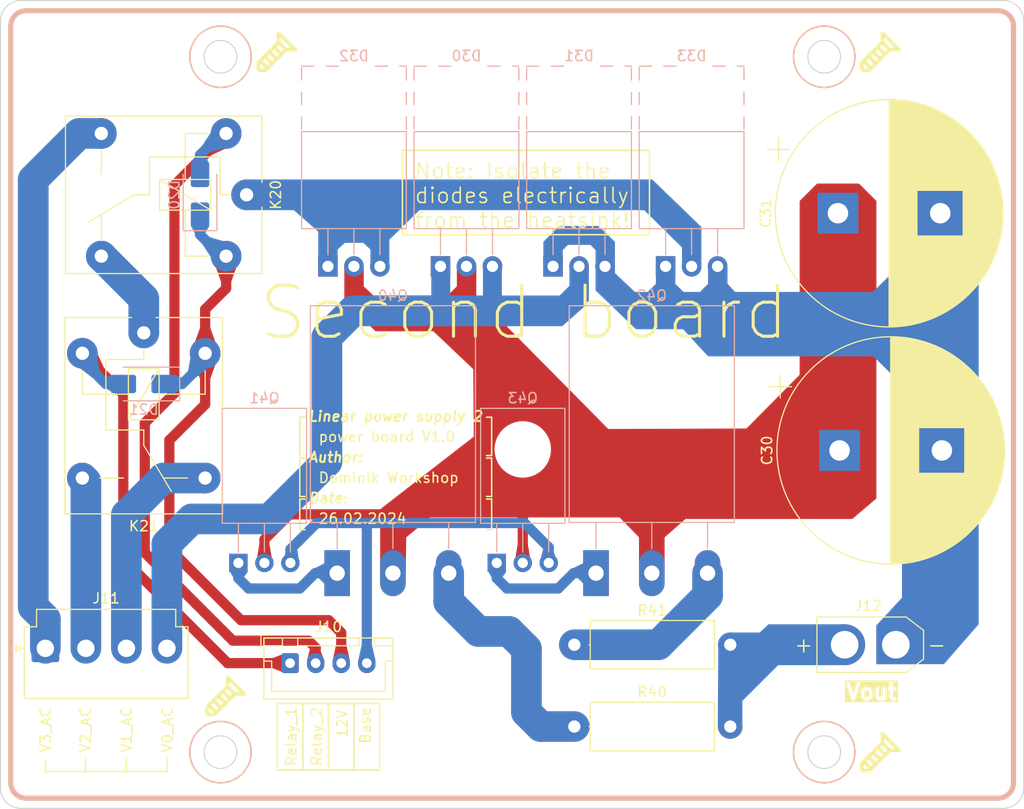
<source format=kicad_pcb>
(kicad_pcb (version 20240108) (generator "pcbnew") (generator_version "8.0")
  (title_block (title "Power board") (date "2024-02-28") (rev "1.0.0") (company "Dominik Workshop"))
  (layers (0 "F.Cu" signal) (31 "B.Cu" signal) (34 "B.Paste" user) (35 "F.Paste" user) (36 "B.SilkS" user "B.Silkscreen") (37 "F.SilkS" user "F.Silkscreen") (38 "B.Mask" user) (39 "F.Mask" user) (44 "Edge.Cuts" user))
  (net 0 "")
  (net 1 "/Rectifier/+DC")
  (net 2 "/Rectifier/-DC")
  (net 3 "/Rectifier/AC1")
  (net 4 "/Rectifier/AC2")
  (net 5 "/Tab selector/relay_VCC")
  (net 6 "/Tab selector/relay_2")
  (net 7 "/Tab selector/relay_1")
  (net 8 "/Tab selector/10V_AC")
  (net 9 "/Tab selector/20V_AC")
  (net 10 "/Tab selector/30V_AC")
  (net 11 "Net-(K20-Pad12)")
  (net 12 "/Series pass transistors/base")
  (net 13 "/Series pass transistors/emitter")
  (net 14 "/Series pass transistors/pwr_e1")
  (net 15 "/Series pass transistors/pwr_eb1")
  (net 16 "/Series pass transistors/pwr_e2")
  (net 17 "/Series pass transistors/pwr_eb2")
  (footprint "logos.preety:screw" (layer "F.Cu") (at 78 87.5)
    (property "Reference" "G***" (hide yes))
    (property "Value" "LOGO" (hide yes))
  )
  (footprint "Resistor_THT:R_Axial_DIN0414_L11.9mm_D4.5mm_P15.24mm_Horizontal" (layer "F.Cu") (at 112.08 90.5)
    (property "Reference" "R40" (at 7.62 -3.37 0) (layer "F.SilkS"))
    (property "Value" "0R2")
    (pad "1" thru_hole circle (at 0 0) (size 2.4 2.4) (drill 1.2) (layers "*.Cu" "*.Mask") (net 14 "/Series pass transistors/pwr_e1"))
    (pad "2" thru_hole oval (at 15.24 0) (size 2.4 2.4) (drill 1.2) (layers "*.Cu" "*.Mask") (net 13 "/Series pass transistors/emitter"))
  )
  (footprint "Capacitor_THT:CP_Radial_D22.0mm_P10.00mm_SnapIn" (layer "F.Cu") (at 137.842169 40.3)
    (property "Reference" "C31" (at -7.042169 0.000001 90) (layer "F.SilkS"))
    (property "Value" "2200u")
    (pad "1" thru_hole rect (at 0 0) (size 4 4) (drill 2) (layers "*.Cu" "*.Mask") (net 1 "/Rectifier/+DC"))
    (pad "2" thru_hole circle (at 10 0) (size 4 4) (drill 2) (layers "*.Cu" "*.Mask") (net 2 "/Rectifier/-DC"))
  )
  (footprint "logos.preety:screw" (layer "F.Cu") (at 83 24.5)
    (property "Reference" "G***" (hide yes))
    (property "Value" "LOGO" (hide yes))
  )
  (footprint "Relay_THT:Relay_SPDT_Finder_36.11" (layer "F.Cu") (at 80.05 38.5 180)
    (property "Reference" "K20" (at -2.85 0 90) (layer "F.SilkS"))
    (property "Value" "FINDER-40.41")
    (pad "11" thru_hole circle (at 0 0 180) (size 3 3) (drill 1.3) (layers "*.Cu" "*.Mask") (net 4 "/Rectifier/AC2"))
    (pad "12" thru_hole circle (at 14.2 -6 180) (size 3 3) (drill 1.3) (layers "*.Cu" "*.Mask") (net 11 "Net-(K20-Pad12)"))
    (pad "14" thru_hole circle (at 14.2 6 180) (size 3 3) (drill 1.3) (layers "*.Cu" "*.Mask") (net 10 "/Tab selector/30V_AC"))
    (pad "A1" thru_hole circle (at 2 6 180) (size 3 3) (drill 1.3) (layers "*.Cu" "*.Mask") (net 6 "/Tab selector/relay_2"))
    (pad "A2" thru_hole circle (at 2 -6 180) (size 3 3) (drill 1.3) (layers "*.Cu" "*.Mask") (net 5 "/Tab selector/relay_VCC"))
  )
  (footprint "Relay_THT:Relay_SPDT_Finder_36.11" (layer "F.Cu") (at 70 52 -90)
    (property "Reference" "K21" (at 18.9 0 180) (layer "F.SilkS"))
    (property "Value" "FINDER-40.41")
    (pad "11" thru_hole circle (at 0 0 270) (size 3 3) (drill 1.3) (layers "*.Cu" "*.Mask") (net 11 "Net-(K20-Pad12)"))
    (pad "12" thru_hole circle (at 14.2 -6 270) (size 3 3) (drill 1.3) (layers "*.Cu" "*.Mask") (net 8 "/Tab selector/10V_AC"))
    (pad "14" thru_hole circle (at 14.2 6 270) (size 3 3) (drill 1.3) (layers "*.Cu" "*.Mask") (net 9 "/Tab selector/20V_AC"))
    (pad "A1" thru_hole circle (at 2 6 270) (size 3 3) (drill 1.3) (layers "*.Cu" "*.Mask") (net 7 "/Tab selector/relay_1"))
    (pad "A2" thru_hole circle (at 2 -6 270) (size 3 3) (drill 1.3) (layers "*.Cu" "*.Mask") (net 5 "/Tab selector/relay_VCC"))
  )
  (footprint "Connector_JST:JST_XH_B4B-XH-A_1x04_P2.50mm_Vertical" (layer "F.Cu") (at 84.3 84.3)
    (property "Reference" "J10" (at 3.75 -3.55 0) (layer "F.SilkS"))
    (property "Value" "JST_B4B-XH-A")
    (pad "1" thru_hole roundrect (at 0 0) (size 1.7 1.95) (drill 0.95) (layers "*.Cu" "*.Mask") (roundrect_rratio 0.1470588235) (net 7 "/Tab selector/relay_1"))
    (pad "2" thru_hole oval (at 2.5 0) (size 1.7 1.95) (drill 0.95) (layers "*.Cu" "*.Mask") (net 6 "/Tab selector/relay_2"))
    (pad "3" thru_hole oval (at 5 0) (size 1.7 1.95) (drill 0.95) (layers "*.Cu" "*.Mask") (net 5 "/Tab selector/relay_VCC"))
    (pad "4" thru_hole oval (at 7.5 0) (size 1.7 1.95) (drill 0.95) (layers "*.Cu" "*.Mask") (net 12 "/Series pass transistors/base"))
  )
  (footprint "Connector_AMASS:AMASS_XT30U-F_1x02_P5.0mm_Vertical" (layer "F.Cu") (at 143.5 82.5 180)
    (property "Reference" "J12" (at 2.7 3.8 180) (layer "F.SilkS"))
    (property "Value" "XT30")
    (fp_text user "+" (at 9 0 180) (layer "F.SilkS") (effects (font (size 1.5 1.5))))
    (fp_text user "-" (at -4 0 180) (layer "F.SilkS") (effects (font (size 1.5 1.5))))
    (pad "1" thru_hole rect (at 0 0 180) (size 3.8 3.8) (drill 2.7) (layers "*.Cu" "*.Mask") (net 2 "/Rectifier/-DC"))
    (pad "2" thru_hole circle (at 5 0 180) (size 4 4) (drill 2.7) (layers "*.Cu" "*.Mask") (net 13 "/Series pass transistors/emitter"))
  )
  (footprint "logos.preety:screw" (layer "F.Cu") (at 142 24.5)
    (property "Reference" "G***" (hide yes))
    (property "Value" "LOGO" (hide yes))
  )
  (footprint "Capacitor_THT:CP_Radial_D22.0mm_P10.00mm_SnapIn" (layer "F.Cu") (at 138 63.5)
    (property "Reference" "C30" (at -7.084337 0.000001 90) (layer "F.SilkS"))
    (property "Value" "2200u")
    (pad "1" thru_hole rect (at 0 0) (size 4 4) (drill 2) (layers "*.Cu" "*.Mask") (net 1 "/Rectifier/+DC"))
    (pad "2" thru_hole circle (at 10 0) (size 4 4) (drill 2) (layers "*.Cu" "*.Mask") (net 2 "/Rectifier/-DC"))
  )
  (footprint "logos.preety:screw" (layer "F.Cu") (at 142 93)
    (property "Reference" "G***" (hide yes))
    (property "Value" "LOGO" (hide yes))
  )
  (footprint "Resistor_THT:R_Axial_DIN0414_L11.9mm_D4.5mm_P15.24mm_Horizontal" (layer "F.Cu") (at 112.08 82.5)
    (property "Reference" "R41" (at 7.62 -3.37 0) (layer "F.SilkS"))
    (property "Value" "0R2")
    (pad "1" thru_hole circle (at 0 0) (size 2.4 2.4) (drill 1.2) (layers "*.Cu" "*.Mask") (net 16 "/Series pass transistors/pwr_e2"))
    (pad "2" thru_hole oval (at 15.24 0) (size 2.4 2.4) (drill 1.2) (layers "*.Cu" "*.Mask") (net 13 "/Series pass transistors/emitter"))
  )
  (footprint "Connector_JST:JST_VH_B4P-VH_1x04_P3.96mm_Vertical" (layer "F.Cu") (at 60.3825 82.85)
    (property "Reference" "J11" (at 5.94 -4.9 0) (layer "F.SilkS"))
    (property "Value" "JST_B4P-VH ")
    (pad "1" thru_hole roundrect (at 0 0) (size 2.7 2.7) (drill 1.7) (layers "*.Cu" "*.Mask") (roundrect_rratio 0.09259296296) (net 10 "/Tab selector/30V_AC"))
    (pad "2" thru_hole circle (at 3.96 0) (size 2.7 2.7) (drill 1.7) (layers "*.Cu" "*.Mask") (net 9 "/Tab selector/20V_AC"))
    (pad "3" thru_hole circle (at 7.92 0) (size 2.7 2.7) (drill 1.7) (layers "*.Cu" "*.Mask") (net 8 "/Tab selector/10V_AC"))
    (pad "4" thru_hole circle (at 11.88 0) (size 2.7 2.7) (drill 1.7) (layers "*.Cu" "*.Mask") (net 3 "/Rectifier/AC1"))
  )
  (footprint "Diode_SMD:D_SMA" (layer "B.Cu") (at 70 57 180)
    (property "Reference" "D21" (at 0 -2.5 180) (layer "B.SilkS") (effects (justify mirror)))
    (property "Value" "BYG22B")
    (pad "1" smd roundrect (at -2 0 180) (size 2.5 1.8) (layers "B.Cu" "B.Paste" "B.Mask") (roundrect_rratio 0.1388888889) (net 5 "/Tab selector/relay_VCC"))
    (pad "2" smd roundrect (at 2 0 180) (size 2.5 1.8) (layers "B.Cu" "B.Paste" "B.Mask") (roundrect_rratio 0.1388888889) (net 7 "/Tab selector/relay_1"))
  )
  (footprint "Package_TO_SOT_THT:TO-220-3_Horizontal_TabUp" (layer "B.Cu") (at 99 45.5)
    (property "Reference" "D30" (at 2.54 -20.58 0) (layer "B.SilkS") (effects (justify mirror)))
    (property "Value" "MBR3045CT")
    (pad "" np_thru_hole circle (at 2.54 -16.66) (size 6 6) (drill 6) (layers "F&B.Cu" "*.Mask"))
    (pad "1" thru_hole rect (at 0 0) (size 1.905 2) (drill 1.1) (layers "*.Cu" "*.Mask") (net 3 "/Rectifier/AC1"))
    (pad "2" thru_hole oval (at 2.54 0) (size 1.905 2) (drill 1.1) (layers "*.Cu" "*.Mask") (net 1 "/Rectifier/+DC"))
    (pad "3" thru_hole oval (at 5.08 0) (size 1.905 2) (drill 1.1) (layers "*.Cu" "*.Mask") (net 3 "/Rectifier/AC1"))
  )
  (footprint "Package_TO_SOT_THT:TO-220-3_Horizontal_TabUp" (layer "B.Cu") (at 88 45.5)
    (property "Reference" "D32" (at 2.54 -20.58 0) (layer "B.SilkS") (effects (justify mirror)))
    (property "Value" "MBR3045CT")
    (pad "" np_thru_hole circle (at 2.54 -16.66) (size 6 6) (drill 6) (layers "F&B.Cu" "*.Mask"))
    (pad "1" thru_hole rect (at 0 0) (size 1.905 2) (drill 1.1) (layers "*.Cu" "*.Mask") (net 4 "/Rectifier/AC2"))
    (pad "2" thru_hole oval (at 2.54 0) (size 1.905 2) (drill 1.1) (layers "*.Cu" "*.Mask") (net 1 "/Rectifier/+DC"))
    (pad "3" thru_hole oval (at 5.08 0) (size 1.905 2) (drill 1.1) (layers "*.Cu" "*.Mask") (net 4 "/Rectifier/AC2"))
  )
  (footprint "Package_TO_SOT_THT:TO-126-3_Horizontal_TabUp" (layer "B.Cu") (at 104.5 74.5)
    (property "Reference" "Q43" (at 2.54 -16.12 0) (layer "B.SilkS") (effects (justify mirror)))
    (property "Value" "BD139")
    (pad "" np_thru_hole circle (at 2.54 -11.1) (size 5 5) (drill 5) (layers "F&B.Cu" "*.Mask"))
    (pad "1" thru_hole rect (at 0 0) (size 1.8 1.8) (drill 1) (layers "*.Cu" "*.Mask") (net 17 "/Series pass transistors/pwr_eb2"))
    (pad "2" thru_hole oval (at 2.54 0) (size 1.8 1.8) (drill 1) (layers "*.Cu" "*.Mask") (net 1 "/Rectifier/+DC"))
    (pad "3" thru_hole oval (at 5.08 0) (size 1.8 1.8) (drill 1) (layers "*.Cu" "*.Mask") (net 12 "/Series pass transistors/base"))
  )
  (footprint "Diode_SMD:D_SMA" (layer "B.Cu") (at 75.5 38.5 90)
    (property "Reference" "D20" (at 0 -2.5225 -90) (layer "B.SilkS") (effects (justify mirror)))
    (property "Value" "BYG22B")
    (pad "1" smd roundrect (at -2 0 90) (size 2.5 1.8) (layers "B.Cu" "B.Paste" "B.Mask") (roundrect_rratio 0.1388888889) (net 5 "/Tab selector/relay_VCC"))
    (pad "2" smd roundrect (at 2 0 90) (size 2.5 1.8) (layers "B.Cu" "B.Paste" "B.Mask") (roundrect_rratio 0.1388888889) (net 6 "/Tab selector/relay_2"))
  )
  (footprint "Package_TO_SOT_THT:TO-247-3_Horizontal_TabUp" (layer "B.Cu") (at 114.2 75.5)
    (property "Reference" "Q42" (at 5.45 -27.15 0) (layer "B.SilkS") (effects (justify mirror)))
    (property "Value" "BD249C")
    (pad "" np_thru_hole circle (at 5.45 -19.86) (size 6 6) (drill 6) (layers "F&B.Cu" "*.Mask"))
    (pad "1" thru_hole rect (at 0 0) (size 2.5 4.5) (drill 1.5) (layers "*.Cu" "*.Mask") (net 17 "/Series pass transistors/pwr_eb2"))
    (pad "2" thru_hole oval (at 5.45 0) (size 2.5 4.5) (drill 1.5) (layers "*.Cu" "*.Mask") (net 1 "/Rectifier/+DC"))
    (pad "3" thru_hole oval (at 10.9 0) (size 2.5 4.5) (drill 1.5) (layers "*.Cu" "*.Mask") (net 16 "/Series pass transistors/pwr_e2"))
  )
  (footprint "Package_TO_SOT_THT:TO-220-3_Horizontal_TabUp" (layer "B.Cu") (at 110 45.5)
    (property "Reference" "D31" (at 2.54 -20.58 0) (layer "B.SilkS") (effects (justify mirror)))
    (property "Value" "MBR3045CT")
    (pad "" np_thru_hole circle (at 2.54 -16.66) (size 6 6) (drill 6) (layers "F&B.Cu" "*.Mask"))
    (pad "1" thru_hole rect (at 0 0) (size 1.905 2) (drill 1.1) (layers "*.Cu" "*.Mask") (net 2 "/Rectifier/-DC"))
    (pad "2" thru_hole oval (at 2.54 0) (size 1.905 2) (drill 1.1) (layers "*.Cu" "*.Mask") (net 3 "/Rectifier/AC1"))
    (pad "3" thru_hole oval (at 5.08 0) (size 1.905 2) (drill 1.1) (layers "*.Cu" "*.Mask") (net 2 "/Rectifier/-DC"))
  )
  (footprint "Package_TO_SOT_THT:TO-247-3_Horizontal_TabUp" (layer "B.Cu") (at 88.9 75.5)
    (property "Reference" "Q40" (at 5.45 -27.15 0) (layer "B.SilkS") (effects (justify mirror)))
    (property "Value" "BD249C")
    (pad "" np_thru_hole circle (at 5.45 -19.86) (size 6 6) (drill 6) (layers "F&B.Cu" "*.Mask"))
    (pad "1" thru_hole rect (at 0 0) (size 2.5 4.5) (drill 1.5) (layers "*.Cu" "*.Mask") (net 15 "/Series pass transistors/pwr_eb1"))
    (pad "2" thru_hole oval (at 5.45 0) (size 2.5 4.5) (drill 1.5) (layers "*.Cu" "*.Mask") (net 1 "/Rectifier/+DC"))
    (pad "3" thru_hole oval (at 10.9 0) (size 2.5 4.5) (drill 1.5) (layers "*.Cu" "*.Mask") (net 14 "/Series pass transistors/pwr_e1"))
  )
  (footprint "Package_TO_SOT_THT:TO-220-3_Horizontal_TabUp" (layer "B.Cu") (at 121 45.5)
    (property "Reference" "D33" (at 2.54 -20.58 0) (layer "B.SilkS") (effects (justify mirror)))
    (property "Value" "MBR3045CT")
    (pad "" np_thru_hole circle (at 2.54 -16.66) (size 6 6) (drill 6) (layers "F&B.Cu" "*.Mask"))
    (pad "1" thru_hole rect (at 0 0) (size 1.905 2) (drill 1.1) (layers "*.Cu" "*.Mask") (net 2 "/Rectifier/-DC"))
    (pad "2" thru_hole oval (at 2.54 0) (size 1.905 2) (drill 1.1) (layers "*.Cu" "*.Mask") (net 4 "/Rectifier/AC2"))
    (pad "3" thru_hole oval (at 5.08 0) (size 1.905 2) (drill 1.1) (layers "*.Cu" "*.Mask") (net 2 "/Rectifier/-DC"))
  )
  (footprint "Package_TO_SOT_THT:TO-126-3_Horizontal_TabUp" (layer "B.Cu") (at 79.25 74.5)
    (property "Reference" "Q41" (at 2.54 -16.12 0) (layer "B.SilkS") (effects (justify mirror)))
    (property "Value" "BD139")
    (pad "" np_thru_hole circle (at 2.54 -11.1) (size 5 5) (drill 5) (layers "F&B.Cu" "*.Mask"))
    (pad "1" thru_hole rect (at 0 0) (size 1.8 1.8) (drill 1) (layers "*.Cu" "*.Mask") (net 15 "/Series pass transistors/pwr_eb1"))
    (pad "2" thru_hole oval (at 2.54 0) (size 1.8 1.8) (drill 1) (layers "*.Cu" "*.Mask") (net 1 "/Rectifier/+DC"))
    (pad "3" thru_hole oval (at 5.08 0) (size 1.8 1.8) (drill 1) (layers "*.Cu" "*.Mask") (net 12 "/Series pass transistors/base"))
  )
  (gr_line (start 58.5 20.5) (end 153.5 20.5) (stroke (width 0.5)) (layer "B.SilkS"))
  (gr_circle (center 77.5 25) (end 80.5 25) (stroke (width 0.15)) (fill none) (layer "B.SilkS"))
  (gr_circle (center 77.5 93) (end 80.5 93) (stroke (width 0.15)) (fill none) (layer "B.SilkS"))
  (gr_line (start 153.5 97.5) (end 58.5 97.5) (stroke (width 0.5)) (layer "B.SilkS"))
  (gr_line (start 57 96) (end 57 22) (stroke (width 0.5)) (layer "B.SilkS"))
  (gr_circle (center 136.5 93) (end 139.5 93) (stroke (width 0.15)) (fill none) (layer "B.SilkS"))
  (gr_arc (start 57 22) (mid 57.43934 20.93934) (end 58.5 20.5) (stroke (width 0.5)) (layer "B.SilkS"))
  (gr_arc (start 58.5 97.5) (mid 57.43934 97.06066) (end 57 96) (stroke (width 0.5)) (layer "B.SilkS"))
  (gr_line (start 155 22) (end 155 96) (stroke (width 0.5)) (layer "B.SilkS"))
  (gr_arc (start 153.5 20.5) (mid 154.56066 20.93934) (end 155 22) (stroke (width 0.5)) (layer "B.SilkS"))
  (gr_arc (start 155 96) (mid 154.56066 97.06066) (end 153.5 97.5) (stroke (width 0.5)) (layer "B.SilkS"))
  (gr_circle (center 136.5 25) (end 139.5 25) (stroke (width 0.15)) (fill none) (layer "B.SilkS"))
  (gr_circle (center 77.5 25) (end 80.5 25) (stroke (width 0.15)) (fill none) (layer "F.SilkS"))
  (gr_line (start 90.55 88.25) (end 90.55 94.75) (stroke (width 0.15)) (layer "F.SilkS"))
  (gr_rect (start 83.05 88.25) (end 93.05 94.75) (stroke (width 0.15)) (fill none) (layer "F.SilkS"))
  (gr_arc (start 58.5 97.5) (mid 57.43934 97.06066) (end 57 96) (stroke (width 0.5)) (layer "F.SilkS"))
  (gr_line (start 85.75 64.25) (end 85.25 64.25) (stroke (width 0.15)) (layer "F.SilkS"))
  (gr_circle (center 136.5 93) (end 139.5 93) (stroke (width 0.15)) (fill none) (layer "F.SilkS"))
  (gr_circle (center 77.5 93) (end 80.5 93) (stroke (width 0.15)) (fill none) (layer "F.SilkS"))
  (gr_line (start 88.05 88.25) (end 88.05 94.75) (stroke (width 0.15)) (layer "F.SilkS"))
  (gr_line (start 85.25 64) (end 85.75 64) (stroke (width 0.15)) (layer "F.SilkS"))
  (gr_line (start 104 68) (end 103.5 68) (stroke (width 0.15)) (layer "F.SilkS"))
  (gr_arc (start 155 96) (mid 154.56066 97.06066) (end 153.5 97.5) (stroke (width 0.5)) (layer "F.SilkS"))
  (gr_circle (center 136.5 25) (end 139.5 25) (stroke (width 0.15)) (fill none) (layer "F.SilkS"))
  (gr_line (start 103.5 64.25) (end 104 64.25) (stroke (width 0.15)) (layer "F.SilkS"))
  (gr_line (start 60.4 94.9) (end 60.4 93.8) (stroke (width 0.15)) (layer "F.SilkS"))
  (gr_line (start 85.75 60.25) (end 85.25 60.25) (stroke (width 0.15)) (layer "F.SilkS"))
  (gr_line (start 85.25 71.25) (end 85.75 71.25) (stroke (width 0.15)) (layer "F.SilkS"))
  (gr_arc (start 153.5 20.5) (mid 154.56066 20.93934) (end 155 22) (stroke (width 0.5)) (layer "F.SilkS"))
  (gr_line (start 104 60.25) (end 104 64) (stroke (width 0.15)) (layer "F.SilkS"))
  (gr_line (start 155 22) (end 155 96) (stroke (width 0.5)) (layer "F.SilkS"))
  (gr_line (start 85.75 68.25) (end 85.25 68.25) (stroke (width 0.15)) (layer "F.SilkS"))
  (gr_line (start 85.25 68.25) (end 85.25 71.25) (stroke (width 0.15)) (layer "F.SilkS"))
  (gr_arc (start 57 22) (mid 57.43934 20.93934) (end 58.5 20.5) (stroke (width 0.5)) (layer "F.SilkS"))
  (gr_line (start 104 71.25) (end 103.5 71.25) (stroke (width 0.15)) (layer "F.SilkS"))
  (gr_line (start 85.25 60.25) (end 85.25 64) (stroke (width 0.15)) (layer "F.SilkS"))
  (gr_line (start 85.25 64.25) (end 85.25 68) (stroke (width 0.15)) (layer "F.SilkS"))
  (gr_line (start 153.5 97.5) (end 58.5 97.5) (stroke (width 0.5)) (layer "F.SilkS"))
  (gr_line (start 104 64.25) (end 104 68) (stroke (width 0.15)) (layer "F.SilkS"))
  (gr_line (start 68.3 93.6) (end 68.3 94.9) (stroke (width 0.15)) (layer "F.SilkS"))
  (gr_line (start 103.5 68.25) (end 104 68.25) (stroke (width 0.15)) (layer "F.SilkS"))
  (gr_line (start 72.3 93.6) (end 72.3 94.9) (stroke (width 0.15)) (layer "F.SilkS"))
  (gr_line (start 64.3 93.6) (end 64.3 94.9) (stroke (width 0.15)) (layer "F.SilkS"))
  (gr_line (start 57 96) (end 57 22) (stroke (width 0.5)) (layer "F.SilkS"))
  (gr_line (start 58.5 20.5) (end 153.5 20.5) (stroke (width 0.5)) (layer "F.SilkS"))
  (gr_line (start 104 68.25) (end 104 71.25) (stroke (width 0.15)) (layer "F.SilkS"))
  (gr_line (start 104 64) (end 103.5 64) (stroke (width 0.15)) (layer "F.SilkS"))
  (gr_line (start 103.5 60.25) (end 104 60.25) (stroke (width 0.15)) (layer "F.SilkS"))
  (gr_line (start 85.55 88.25) (end 85.55 94.75) (stroke (width 0.15)) (layer "F.SilkS"))
  (gr_line (start 72.3 94.9) (end 60.4 94.9) (stroke (width 0.15)) (layer "F.SilkS"))
  (gr_line (start 85.25 68) (end 85.75 68) (stroke (width 0.15)) (layer "F.SilkS"))
  (gr_arc (start 156 96.5) (mid 155.414214 97.914214) (end 154 98.5) (stroke (width 0.1)) (layer "Edge.Cuts"))
  (gr_arc (start 154 19.5) (mid 155.414214 20.085786) (end 156 21.5) (stroke (width 0.1)) (layer "Edge.Cuts"))
  (gr_circle (center 136.5 25) (end 138.1 25) (stroke (width 0.1)) (fill none) (layer "Edge.Cuts"))
  (gr_line (start 156 21.5) (end 156 96.5) (stroke (width 0.1)) (layer "Edge.Cuts"))
  (gr_line (start 58 19.5) (end 154 19.5) (stroke (width 0.1)) (layer "Edge.Cuts"))
  (gr_circle (center 77.5 93) (end 79.1 93) (stroke (width 0.1)) (fill none) (layer "Edge.Cuts"))
  (gr_line (start 154 98.5) (end 58 98.5) (stroke (width 0.1)) (layer "Edge.Cuts"))
  (gr_arc (start 58 98.5) (mid 56.585786 97.914214) (end 56 96.5) (stroke (width 0.1)) (layer "Edge.Cuts"))
  (gr_line (start 56 96.5) (end 56 21.5) (stroke (width 0.1)) (layer "Edge.Cuts"))
  (gr_circle (center 136.5 93) (end 138.1 93) (stroke (width 0.1)) (fill none) (layer "Edge.Cuts"))
  (gr_circle (center 77.5 25) (end 79.1 25) (stroke (width 0.1)) (fill none) (layer "Edge.Cuts"))
  (gr_arc (start 56 21.5) (mid 56.585786 20.085786) (end 58 19.5) (stroke (width 0.1)) (layer "Edge.Cuts"))
  (gr_text "12V\n" (at 90 88.75 90) (layer "F.SilkS") (effects (font (size 1 1)) (justify right bottom)))
  (gr_text "26.02.2024" (at 87 70.75 0) (layer "F.SilkS") (effects (font (size 1 1)) (justify left bottom)))
  (gr_text "Dominik Workshop" (at 87 66.75 0) (layer "F.SilkS") (effects (font (size 1 1)) (justify left bottom)))
  (gr_text "Relay_2" (at 87.5 88.5 90) (layer "F.SilkS") (effects (font (size 1 1)) (justify right bottom)))
  (gr_text "V1_AC\n" (at 68.9 88.5 90) (layer "F.SilkS") (effects (font (size 1 1)) (justify right bottom)))
  (gr_text "power board V1.0\n" (at 87 62.75 0) (layer "F.SilkS") (effects (font (size 1 1)) (justify left bottom)))
  (gr_text "Date:\n" (at 86 68.75 0) (layer "F.SilkS") (effects (font (size 1 1) (thickness 0.2) (bold yes) (italic yes)) (justify left bottom)))
  (gr_text "Base\n" (at 92.25 88.5 90) (layer "F.SilkS") (effects (font (size 1 1)) (justify right bottom)))
  (gr_text "Second board" (at 81.026 52.959 0) (layer "F.SilkS") (effects (font (size 5 5) (thickness 0.3) (bold yes)) (justify left bottom)))
  (gr_text "V2_AC\n" (at 64.9 88.5 90) (layer "F.SilkS") (effects (font (size 1 1)) (justify right bottom)))
  (gr_text "Author:" (at 86 64.75 0) (layer "F.SilkS") (effects (font (size 1 1) (thickness 0.2) (bold yes) (italic yes)) (justify left bottom)))
  (gr_text "Vout" (at 138.5 88 0) (layer "F.SilkS" knockout) (effects (font (size 1.5 1.5) (thickness 0.3) (bold yes)) (justify left bottom)))
  (gr_text "Linear power supply 2\n" (at 86 60.75 0) (layer "F.SilkS") (effects (font (size 1 1) (thickness 0.2) (bold yes) (italic yes)) (justify left bottom)))
  (gr_text "V3_AC\n" (at 61 88.5 90) (layer "F.SilkS") (effects (font (size 1 1)) (justify right bottom)))
  (gr_text "Relay_1" (at 85 88.5 90) (layer "F.SilkS") (effects (font (size 1 1)) (justify right bottom)))
  (gr_text "V0_AC\n" (at 72.9 88.5 90) (layer "F.SilkS") (effects (font (size 1 1)) (justify right bottom)))
  (gr_text_box "Note: Isolate the diodes electrically from the heatsink!" (start 95.275 34.15) (end 119.425 42.4) (layer "F.SilkS") (effects (font (size 1.5 1.5)) (justify left top)) (border yes) (stroke (width 0.15)))
  (segment (start 107.04 74.5) (end 107.04 69.04) (width 1) (layer "F.Cu") (net 1))
  (segment (start 84.25 69.75) (end 93.5 69.75) (width 1) (layer "F.Cu") (net 1))
  (segment (start 81.79 72.21) (end 84.25 69.75) (width 1) (layer "F.Cu") (net 1))
  (segment (start 81.79 74.5) (end 81.79 72.21) (width 1) (layer "F.Cu") (net 1))
  (segment (start 82.3 70.2) (end 87.9 64.6) (width 3) (layer "B.Cu") (net 3))
  (segment (start 87.9 52.4) (end 90.45 49.85) (width 3) (layer "B.Cu") (net 3))
  (segment (start 74.7 70.2) (end 82.3 70.2) (width 3) (layer "B.Cu") (net 3))
  (segment (start 72.2625 82.85) (end 72.2625 72.6375) (width 3) (layer "B.Cu") (net 3))
  (segment (start 90.45 49.85) (end 100.8 49.85) (width 3) (layer "B.Cu") (net 3))
  (segment (start 87.9 64.6) (end 87.9 52.4) (width 3) (layer "B.Cu") (net 3))
  (segment (start 72.2625 72.6375) (end 74.7 70.2) (width 3) (layer "B.Cu") (net 3))
  (segment (start 78.05 44.5) (end 78.05 47.65) (width 1) (layer "F.Cu") (net 5))
  (segment (start 72.5 62.5) (end 76 59) (width 1) (layer "F.Cu") (net 5))
  (segment (start 76 59) (end 76 54) (width 1) (layer "F.Cu") (net 5))
  (segment (start 72.5 73.1) (end 72.5 62.5) (width 1) (layer "F.Cu") (net 5))
  (segment (start 76 49.7) (end 76 54) (width 1) (layer "F.Cu") (net 5))
  (segment (start 89.3 81.325) (end 88.075 80.1) (width 1) (layer "F.Cu") (net 5))
  (segment (start 89.3 84.3) (end 89.3 81.325) (width 1) (layer "F.Cu") (net 5))
  (segment (start 78.05 47.65) (end 76 49.7) (width 1) (layer "F.Cu") (net 5))
  (segment (start 79.5 80.1) (end 72.5 73.1) (width 1) (layer "F.Cu") (net 5))
  (segment (start 88.075 80.1) (end 79.5 80.1) (width 1) (layer "F.Cu") (net 5))
  (segment (start 75.5 40.5) (end 75.5 42.4) (width 1) (layer "B.Cu") (net 5))
  (segment (start 75.5 42.4) (end 77.6 44.5) (width 1) (layer "B.Cu") (net 5))
  (segment (start 76 54.75) (end 76 54) (width 1) (layer "B.Cu") (net 5))
  (segment (start 72 57) (end 73.75 57) (width 1) (layer "B.Cu") (net 5))
  (segment (start 73.75 57) (end 76 54.75) (width 1) (layer "B.Cu") (net 5))
  (segment (start 77.6 44.5) (end 78.05 44.5) (width 1) (layer "B.Cu") (net 5))
  (segment (start 86.8 82.8) (end 86.1 82.1) (width 1) (layer "F.Cu") (net 6))
  (segment (start 73 57.9) (end 73 37.55) (width 1) (layer "F.Cu") (net 6))
  (segment (start 86.1 82.1) (end 78.7 82.1) (width 1) (layer "F.Cu") (net 6))
  (segment (start 70.1 60.8) (end 73 57.9) (width 1) (layer "F.Cu") (net 6))
  (segment (start 70.1 73.5) (end 70.1 60.8) (width 1) (layer "F.Cu") (net 6))
  (segment (start 73 37.55) (end 78.05 32.5) (width 1) (layer "F.Cu") (net 6))
  (segment (start 78.7 82.1) (end 70.1 73.5) (width 1) (layer "F.Cu") (net 6))
  (segment (start 86.8 84.3) (end 86.8 82.8) (width 1) (layer "F.Cu") (net 6))
  (segment (start 77.6 32.5) (end 78.05 32.5) (width 1) (layer "B.Cu") (net 6))
  (segment (start 75.5 36.5) (end 75.5 34.6) (width 1) (layer "B.Cu") (net 6))
  (segment (start 75.5 34.6) (end 77.6 32.5) (width 1) (layer "B.Cu") (net 6))
  (segment (start 68 74.1) (end 68 58) (width 1) (layer "F.Cu") (net 7))
  (segment (start 68 58) (end 64 54) (width 1) (layer "F.Cu") (net 7))
  (segment (start 84.3 84.3) (end 78.2 84.3) (width 1) (layer "F.Cu") (net 7))
  (segment (start 78.2 84.3) (end 68 74.1) (width 1) (layer "F.Cu") (net 7))
  (segment (start 64 54.7) (end 64 54) (width 1) (layer "B.Cu") (net 7))
  (segment (start 66.3 57) (end 64 54.7) (width 1) (layer "B.Cu") (net 7))
  (segment (start 68 57) (end 66.3 57) (width 1) (layer "B.Cu") (net 7))
  (segment (start 68.3025 69.7975) (end 68.3025 82.85) (width 3) (layer "B.Cu") (net 8))
  (segment (start 76 66.2) (end 71.9 66.2) (width 3) (layer "B.Cu") (net 8))
  (segment (start 71.9 66.2) (end 68.3025 69.7975) (width 3) (layer "B.Cu") (net 8))
  (segment (start 64.3425 66.5425) (end 64 66.2) (width 3) (layer "B.Cu") (net 9))
  (segment (start 64.3425 82.85) (end 64.3425 66.5425) (width 3) (layer "B.Cu") (net 9))
  (segment (start 63.7 32.5) (end 59.2 37) (width 3) (layer "B.Cu") (net 10))
  (segment (start 59.2 78.8) (end 60.3825 79.9825) (width 3) (layer "B.Cu") (net 10))
  (segment (start 60.3825 79.9825) (end 60.3825 82.85) (width 3) (layer "B.Cu") (net 10))
  (segment (start 59.2 37) (end 59.2 78.8) (width 3) (layer "B.Cu") (net 10))
  (segment (start 65.85 32.5) (end 63.7 32.5) (width 3) (layer "B.Cu") (net 10))
  (segment (start 70 48.65) (end 65.85 44.5) (width 3) (layer "B.Cu") (net 11))
  (segment (start 70 52) (end 70 48.65) (width 3) (layer "B.Cu") (net 11))
  (segment (start 91.6 70.6) (end 107.2 70.6) (width 1) (layer "B.Cu") (net 12))
  (segment (start 91.8 70.8) (end 91.6 70.6) (width 1) (layer "B.Cu") (net 12))
  (segment (start 91.8 84.3) (end 91.8 70.8) (width 1) (layer "B.Cu") (net 12))
  (segment (start 109.58 72.98) (end 109.58 74.5) (width 1) (layer "B.Cu") (net 12))
  (segment (start 84.33 74.5) (end 84.33 73.17) (width 1) (layer "B.Cu") (net 12))
  (segment (start 107.2 70.6) (end 109.58 72.98) (width 1) (layer "B.Cu") (net 12))
  (segment (start 84.33 73.17) (end 86.9 70.6) (width 1) (layer "B.Cu") (net 12))
  (segment (start 86.9 70.6) (end 91.6 70.6) (width 1) (layer "B.Cu") (net 12))
  (segment (start 108.8 90.5) (end 112.08 90.5) (width 3) (layer "B.Cu") (net 14))
  (segment (start 99.8 75.5) (end 99.8 78.3) (width 3) (layer "B.Cu") (net 14))
  (segment (start 107.4 82.9) (end 107.4 89.1) (width 3) (layer "B.Cu") (net 14))
  (segment (start 105.7 81.2) (end 107.4 82.9) (width 3) (layer "B.Cu") (net 14))
  (segment (start 107.4 89.1) (end 108.8 90.5) (width 3) (layer "B.Cu") (net 14))
  (segment (start 102.7 81.2) (end 105.7 81.2) (width 3) (layer "B.Cu") (net 14))
  (segment (start 99.8 78.3) (end 102.7 81.2) (width 3) (layer "B.Cu") (net 14))
  (segment (start 80.25 77) (end 85.25 77) (width 1) (layer "B.Cu") (net 15))
  (segment (start 86.75 75.5) (end 88.9 75.5) (width 1) (layer "B.Cu") (net 15))
  (segment (start 85.25 77) (end 86.75 75.5) (width 1) (layer "B.Cu") (net 15))
  (segment (start 79.25 76) (end 80.25 77) (width 1) (layer "B.Cu") (net 15))
  (segment (start 79.25 74.5) (end 79.25 76) (width 1) (layer "B.Cu") (net 15))
  (segment (start 125.1 75.5) (end 125.1 77.7) (width 3) (layer "B.Cu") (net 16))
  (segment (start 120.3 82.5) (end 112.08 82.5) (width 3) (layer "B.Cu") (net 16))
  (segment (start 125.1 77.7) (end 120.3 82.5) (width 3) (layer "B.Cu") (net 16))
  (segment (start 104.5 76) (end 105.5 77) (width 1) (layer "B.Cu") (net 17))
  (segment (start 105.5 77) (end 110.5 77) (width 1) (layer "B.Cu") (net 17))
  (segment (start 104.5 74.5) (end 104.5 76) (width 1) (layer "B.Cu") (net 17))
  (segment (start 110.5 77) (end 112 75.5) (width 1) (layer "B.Cu") (net 17))
  (segment (start 112 75.5) (end 114.2 75.5) (width 1) (layer "B.Cu") (net 17))
  (zone (net 1) (net_name "/Rectifier/+DC") (layer "F.Cu") (priority 2) (connect_pads yes (clearance 0.2)) (min_thickness 0.25) (fill yes (thermal_gap 0.3) (thermal_bridge_width 1))
    (polygon (pts (xy 89.6 48.85) (xy 92.65 51.85) (xy 98.3 51.85) (xy 102.2 55.55) (xy 102.25 62.15) (xy 93.1 69.25) (xy 93.1 75.45) (xy 95.6 75.6) (xy 95.65 72) (xy 98 70.05) (xy 116.5 70.05) (xy 118.4 72) (xy 118.4 75.5) (xy 120.9 75.5) (xy 120.9 72) (xy 122.95 70.2) (xy 139.25 70.2) (xy 141.6 68.2) (xy 141.6 39.1) (xy 139.9 37.4) (xy 135.8 37.4) (xy 134.1 39.1) (xy 134.1 56.1) (xy 128.9 61.35) (xy 115.4 61.4) (xy 102.5 48.35) (xy 102.5 45.5) (xy 100.6 45.5) (xy 100.6 47.45) (xy 99.7 48.35) (xy 92.45 48.35) (xy 91.5 47.45) (xy 91.5 45.5) (xy 89.6 45.5)))
  )
  (zone (net 3) (net_name "/Rectifier/AC1") (layer "B.Cu") (priority 1) (connect_pads yes (clearance 0.2)) (min_thickness 0.25) (fill yes (thermal_gap 0.5) (thermal_bridge_width 0.5))
    (polygon (pts (xy 98.1 45.5) (xy 98.1 51.35) (xy 110.9 51.35) (xy 113.5 49.05) (xy 113.5 45.5) (xy 111.6 45.5) (xy 111.6 47.4) (xy 110.65 48.35) (xy 105 48.35) (xy 105 45.5) (xy 103.15 45.5) (xy 103.15 48.35) (xy 99.95 48.35) (xy 99.95 45.5)))
  )
  (zone (net 13) (net_name "/Series pass transistors/emitter") (layer "B.Cu") (priority 3) (connect_pads yes (clearance 0.2)) (min_thickness 0.25) (fill yes (thermal_gap 0.3) (thermal_bridge_width 1))
    (polygon (pts (xy 126.15 82.5) (xy 127.3 81.3) (xy 130.2 81.3) (xy 131.05 80.5) (xy 138.5 80.5) (xy 138.5 84.5) (xy 132 84.5) (xy 128.5 88) (xy 128.5 90.55) (xy 127.35 91.7) (xy 126.1 90.55)))
  )
  (zone (net 4) (net_name "/Rectifier/AC2") (layer "B.Cu") (connect_pads yes (clearance 0.2)) (min_thickness 0.25) (fill yes (thermal_gap 0.5) (thermal_bridge_width 0.5))
    (polygon (pts (xy 80 37) (xy 119.7 37) (xy 124.5 41.65) (xy 124.5 45.5) (xy 122.6 45.5) (xy 122.6 43.65) (xy 118.9 40) (xy 96.95 40) (xy 94 42.9) (xy 94 45.5) (xy 92.15 45.5) (xy 92.15 43.85) (xy 91.45 43.2) (xy 89.65 43.2) (xy 88.95 43.85) (xy 88.95 45.5) (xy 87.05 45.5) (xy 87.05 42.1) (xy 84.65 40) (xy 80 40)))
  )
  (zone (net 2) (net_name "/Rectifier/-DC") (layer "B.Cu") (priority 4) (connect_pads yes (clearance 0.2)) (min_thickness 0.25) (fill yes (thermal_gap 0.3) (thermal_bridge_width 1))
    (polygon (pts (xy 141.6 84.4) (xy 148.2 84.4) (xy 151.6 80.5) (xy 151.6 39.2) (xy 149.9 37.4) (xy 145.8 37.4) (xy 144.1 39.2) (xy 144.1 45.2) (xy 141.25 48) (xy 127.8 48) (xy 127.05 47.2) (xy 127.05 45.45) (xy 125.15 45.45) (xy 125.15 47.2) (xy 124.35 48) (xy 122.75 48) (xy 121.95 47.2) (xy 121.95 45.35) (xy 120.05 45.35) (xy 120.05 47.2) (xy 119.25 48) (xy 118 48) (xy 116.05 46.15) (xy 116.05 43.1) (xy 114.45 41.55) (xy 110.6 41.55) (xy 109.05 43.1) (xy 109.05 45.5) (xy 110.95 45.5) (xy 110.95 43.9) (xy 111.45 43.4) (xy 113.65 43.4) (xy 114.15 43.9) (xy 114.15 47.85) (xy 118.1 51.65) (xy 122.7 51.65) (xy 125.15 54.3) (xy 141.3 54.3) (xy 144.1 57.05) (xy 144.1 77.9) (xy 141.6 80.6)))
  )
)
</source>
